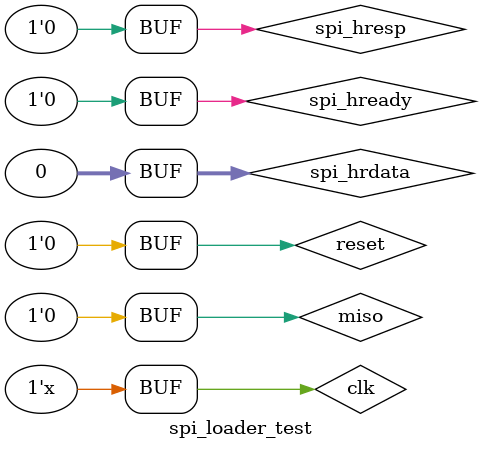
<source format=v>
`timescale 1ns / 1ps


module spi_loader_test;
    reg clk, reset, miso, spi_hready, spi_hresp; 
    reg [31:0] spi_hrdata;
    wire core_rst, spi_clk, mosi, ss, spien, spi_hwrite, spi_mastlock;
    wire [31:0] spi_haddr, spi_hwdata; 
    wire [3:0] spi_hprot;
    wire [2:0] spi_hsize, spi_hburst;
    wire [1:0] spi_htrans;
  
    spi_loader uut(
        .clk(clk),
        .miso(miso),
        .spi_hready(spi_hready),
        .spi_hresp(spi_hresp),
        .spi_hrdata(spi_hrdata),
        .reset(reset),
        .core_rst(core_rst),
        .spi_clk(spi_clk),
        .mosi(mosi),
        .ss(ss),
        .spien(spien),
        .spi_haddr(spi_haddr),
        .spi_hwrite(spi_hwrite),
        .spi_hsize(spi_hsize),
        .spi_hburst(spi_hburst),
        .spi_hmastlock(spi_mastlock),
        .spi_hprot(spi_hprot),
        .spi_htrans(spi_htrans),
        .spi_hwdata(spi_hwdata)
        );
    initial 
    begin 
        clk = 0; 
        reset = 0; 
        miso = 0; 
        spi_hready = 0;
        spi_hresp = 0;
        spi_hrdata = 0;
        
        #2.5 reset = 1;
        
        #2.5 reset = 0;
        
        // miso left at 0 for instruction and address phases
        
        // bits for parse_num_bytes[7:0]
        #2400 miso = 0; 
        
        #100 miso = 0;
        
        #100 miso = 0; 
        
        #100 miso = 0; 
        
        #100 miso = 0; 
        
        #100 miso = 0; 
        
        #100 miso = 0; 
        
        #100 miso = 0; 
        
        // bits for parse_num_bytes[15:8]
        #100 miso = 0; 
        
        #100 miso = 0;
                
        #100 miso = 0; 
        
        #100 miso = 0; 
        
        #100 miso = 0; 
        
        #100 miso = 0; 
        
        #100 miso = 0; 
        
        #100 miso = 1; // set the number of bits to 32K
        
        // bits for parse_start_addr[7:0]
        #100 miso = 0; 
        
        #100 miso = 0;
        
        #100 miso = 0; 
        
        #100 miso = 0; 
        
        #100 miso = 0; 
        
        #100 miso = 0; 
        
        #100 miso = 0; 
        
        #100 miso = 0; 
        
        // bits for parse_start_addr[15:8]
        #100 miso = 0; 
        
        #100 miso = 1; // set the start address to 0x200
                
        #100 miso = 0; 
        
        #100 miso = 0; 
        
        #100 miso = 0; 
        
        #100 miso = 0; 
        
        #100 miso = 0; 
        
        #100 miso = 0; 
    end 
    always 
        #2.5  clk =  ! clk; //200 MHz master clock
endmodule

</source>
